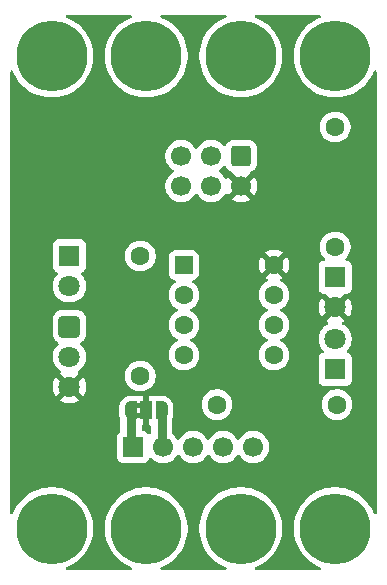
<source format=gbr>
%TF.GenerationSoftware,KiCad,Pcbnew,9.0.7*%
%TF.CreationDate,2026-01-25T12:57:44+01:00*%
%TF.ProjectId,DiyIrTower,44697949-7254-46f7-9765-722e6b696361,1.0*%
%TF.SameCoordinates,Original*%
%TF.FileFunction,Copper,L2,Bot*%
%TF.FilePolarity,Positive*%
%FSLAX46Y46*%
G04 Gerber Fmt 4.6, Leading zero omitted, Abs format (unit mm)*
G04 Created by KiCad (PCBNEW 9.0.7) date 2026-01-25 12:57:44*
%MOMM*%
%LPD*%
G01*
G04 APERTURE LIST*
G04 Aperture macros list*
%AMRoundRect*
0 Rectangle with rounded corners*
0 $1 Rounding radius*
0 $2 $3 $4 $5 $6 $7 $8 $9 X,Y pos of 4 corners*
0 Add a 4 corners polygon primitive as box body*
4,1,4,$2,$3,$4,$5,$6,$7,$8,$9,$2,$3,0*
0 Add four circle primitives for the rounded corners*
1,1,$1+$1,$2,$3*
1,1,$1+$1,$4,$5*
1,1,$1+$1,$6,$7*
1,1,$1+$1,$8,$9*
0 Add four rect primitives between the rounded corners*
20,1,$1+$1,$2,$3,$4,$5,0*
20,1,$1+$1,$4,$5,$6,$7,0*
20,1,$1+$1,$6,$7,$8,$9,0*
20,1,$1+$1,$8,$9,$2,$3,0*%
%AMFreePoly0*
4,1,23,0.550000,-0.750000,0.000000,-0.750000,0.000000,-0.745722,-0.065263,-0.745722,-0.191342,-0.711940,-0.304381,-0.646677,-0.396677,-0.554381,-0.461940,-0.441342,-0.495722,-0.315263,-0.495722,-0.250000,-0.500000,-0.250000,-0.500000,0.250000,-0.495722,0.250000,-0.495722,0.315263,-0.461940,0.441342,-0.396677,0.554381,-0.304381,0.646677,-0.191342,0.711940,-0.065263,0.745722,0.000000,0.745722,
0.000000,0.750000,0.550000,0.750000,0.550000,-0.750000,0.550000,-0.750000,$1*%
%AMFreePoly1*
4,1,23,0.000000,0.745722,0.065263,0.745722,0.191342,0.711940,0.304381,0.646677,0.396677,0.554381,0.461940,0.441342,0.495722,0.315263,0.495722,0.250000,0.500000,0.250000,0.500000,-0.250000,0.495722,-0.250000,0.495722,-0.315263,0.461940,-0.441342,0.396677,-0.554381,0.304381,-0.646677,0.191342,-0.711940,0.065263,-0.745722,0.000000,-0.745722,0.000000,-0.750000,-0.550000,-0.750000,
-0.550000,0.750000,0.000000,0.750000,0.000000,0.745722,0.000000,0.745722,$1*%
G04 Aperture macros list end*
%TA.AperFunction,EtchedComponent*%
%ADD10C,0.000000*%
%TD*%
%TA.AperFunction,ComponentPad*%
%ADD11R,1.800000X1.800000*%
%TD*%
%TA.AperFunction,ComponentPad*%
%ADD12C,1.800000*%
%TD*%
%TA.AperFunction,ComponentPad*%
%ADD13C,6.000000*%
%TD*%
%TA.AperFunction,ComponentPad*%
%ADD14R,1.700000X1.700000*%
%TD*%
%TA.AperFunction,ComponentPad*%
%ADD15C,1.700000*%
%TD*%
%TA.AperFunction,ComponentPad*%
%ADD16RoundRect,0.250000X-0.600000X0.600000X-0.600000X-0.600000X0.600000X-0.600000X0.600000X0.600000X0*%
%TD*%
%TA.AperFunction,ComponentPad*%
%ADD17RoundRect,0.250000X-0.550000X-0.550000X0.550000X-0.550000X0.550000X0.550000X-0.550000X0.550000X0*%
%TD*%
%TA.AperFunction,ComponentPad*%
%ADD18C,1.600000*%
%TD*%
%TA.AperFunction,ComponentPad*%
%ADD19RoundRect,0.248400X-0.651600X0.651600X-0.651600X-0.651600X0.651600X-0.651600X0.651600X0.651600X0*%
%TD*%
%TA.AperFunction,SMDPad,CuDef*%
%ADD20FreePoly0,0.000000*%
%TD*%
%TA.AperFunction,SMDPad,CuDef*%
%ADD21R,1.000000X1.500000*%
%TD*%
%TA.AperFunction,SMDPad,CuDef*%
%ADD22FreePoly1,0.000000*%
%TD*%
%TA.AperFunction,Conductor*%
%ADD23C,0.200000*%
%TD*%
%TA.AperFunction,Conductor*%
%ADD24C,0.800000*%
%TD*%
G04 APERTURE END LIST*
D10*
%TA.AperFunction,EtchedComponent*%
%TO.C,JP1*%
G36*
X101100000Y-133300000D02*
G01*
X100600000Y-133300000D01*
X100600000Y-132900000D01*
X101100000Y-132900000D01*
X101100000Y-133300000D01*
G37*
%TD.AperFunction*%
%TA.AperFunction,EtchedComponent*%
G36*
X101100000Y-134100000D02*
G01*
X100600000Y-134100000D01*
X100600000Y-133700000D01*
X101100000Y-133700000D01*
X101100000Y-134100000D01*
G37*
%TD.AperFunction*%
%TD*%
D11*
%TO.P,D3,1,K*%
%TO.N,Net-(D3-K)*%
X117500000Y-122230000D03*
D12*
%TO.P,D3,2,A*%
%TO.N,VCC*%
X117500000Y-124770000D03*
%TD*%
D13*
%TO.P,MH,1*%
%TO.N,N/C*%
X93500000Y-143500000D03*
%TO.P,MH,2*%
X101500000Y-143500000D03*
%TO.P,MH,3*%
X109500000Y-143500000D03*
%TO.P,MH,4*%
X117500000Y-143500000D03*
%TD*%
D11*
%TO.P,D2,1,K*%
%TO.N,Net-(D2-K)*%
X95000000Y-120420000D03*
D12*
%TO.P,D2,2,A*%
%TO.N,/IR_TX*%
X95000000Y-122960000D03*
%TD*%
D13*
%TO.P,MH,1*%
%TO.N,N/C*%
X93500000Y-103500000D03*
%TO.P,MH,2*%
X101500000Y-103500000D03*
%TO.P,MH,3*%
X109500000Y-103500000D03*
%TO.P,MH,4*%
X117500000Y-103500000D03*
%TD*%
D14*
%TO.P,J1,1,Pin_1*%
%TO.N,/5V*%
X100400000Y-136600000D03*
D15*
%TO.P,J1,2,Pin_2*%
%TO.N,/3V3*%
X102940000Y-136600000D03*
%TO.P,J1,3,Pin_3*%
%TO.N,/UART_TX*%
X105480000Y-136600000D03*
%TO.P,J1,4,Pin_4*%
%TO.N,/UART_RX*%
X108020000Y-136600000D03*
%TO.P,J1,5,Pin_5*%
%TO.N,GND*%
X110560000Y-136600000D03*
%TD*%
D16*
%TO.P,J2,1,MISO*%
%TO.N,/UART_TX*%
X109540000Y-111960000D03*
D15*
%TO.P,J2,2,VCC*%
%TO.N,VCC*%
X109540000Y-114500000D03*
%TO.P,J2,3,SCK*%
%TO.N,/IR_TX*%
X107000000Y-111960000D03*
%TO.P,J2,4,MOSI*%
%TO.N,/UART_RX*%
X107000000Y-114500000D03*
%TO.P,J2,5,~{RST}*%
%TO.N,Net-(J2-~{RST})*%
X104460000Y-111960000D03*
%TO.P,J2,6,GND*%
%TO.N,GND*%
X104460000Y-114500000D03*
%TD*%
D17*
%TO.P,U1,1,~{RESET}/PB5*%
%TO.N,Net-(J2-~{RST})*%
X104695000Y-121190000D03*
D18*
%TO.P,U1,2,PB3*%
%TO.N,/IR_TX*%
X104695000Y-123730000D03*
%TO.P,U1,3,PB4*%
%TO.N,/IR_RX*%
X104695000Y-126270000D03*
%TO.P,U1,4,GND*%
%TO.N,GND*%
X104695000Y-128810000D03*
%TO.P,U1,5,PB0*%
%TO.N,/UART_RX*%
X112315000Y-128810000D03*
%TO.P,U1,6,PB1*%
%TO.N,/UART_TX*%
X112315000Y-126270000D03*
%TO.P,U1,7,PB2*%
%TO.N,/ACTIVITY*%
X112315000Y-123730000D03*
%TO.P,U1,8,VCC*%
%TO.N,VCC*%
X112315000Y-121190000D03*
%TD*%
%TO.P,R1,1*%
%TO.N,Net-(D1-K)*%
X117660000Y-133000000D03*
%TO.P,R1,2*%
%TO.N,GND*%
X107500000Y-133000000D03*
%TD*%
D11*
%TO.P,D1,1,K*%
%TO.N,Net-(D1-K)*%
X117500000Y-130000000D03*
D12*
%TO.P,D1,2,A*%
%TO.N,/ACTIVITY*%
X117500000Y-127460000D03*
%TD*%
D18*
%TO.P,R2,1*%
%TO.N,Net-(D2-K)*%
X101000000Y-120420000D03*
%TO.P,R2,2*%
%TO.N,GND*%
X101000000Y-130580000D03*
%TD*%
D19*
%TO.P,U2,1,OUT*%
%TO.N,/IR_RX*%
X95000000Y-126420000D03*
D12*
%TO.P,U2,2,GND*%
%TO.N,GND*%
X95000000Y-128960000D03*
%TO.P,U2,3,Vs*%
%TO.N,VCC*%
X95000000Y-131500000D03*
%TD*%
D18*
%TO.P,R3,1*%
%TO.N,Net-(D3-K)*%
X117500000Y-119660000D03*
%TO.P,R3,2*%
%TO.N,GND*%
X117500000Y-109500000D03*
%TD*%
D20*
%TO.P,JP1,1,A*%
%TO.N,/5V*%
X100200000Y-133500000D03*
D21*
%TO.P,JP1,2,C*%
%TO.N,VCC*%
X101500000Y-133500000D03*
D22*
%TO.P,JP1,3,B*%
%TO.N,/3V3*%
X102800000Y-133500000D03*
%TD*%
D23*
%TO.N,/3V3*%
X102800000Y-136460000D02*
X102940000Y-136600000D01*
D24*
X102800000Y-133500000D02*
X102800000Y-136460000D01*
%TO.N,/5V*%
X100200000Y-133500000D02*
X100200000Y-136400000D01*
D23*
X100200000Y-136400000D02*
X100400000Y-136600000D01*
%TD*%
%TA.AperFunction,Conductor*%
%TO.N,VCC*%
G36*
X108220397Y-112818851D02*
G01*
X108251686Y-112868772D01*
X108255186Y-112879334D01*
X108347288Y-113028656D01*
X108471344Y-113152712D01*
X108620666Y-113244814D01*
X108692770Y-113268707D01*
X108750214Y-113308478D01*
X108777038Y-113372994D01*
X108777197Y-113383643D01*
X109410591Y-114017037D01*
X109347007Y-114034075D01*
X109232993Y-114099901D01*
X109139901Y-114192993D01*
X109074075Y-114307007D01*
X109057037Y-114370591D01*
X108424728Y-113738282D01*
X108424727Y-113738282D01*
X108385380Y-113792440D01*
X108385376Y-113792446D01*
X108380760Y-113801505D01*
X108332781Y-113852297D01*
X108264959Y-113869087D01*
X108198826Y-113846543D01*
X108159794Y-113801493D01*
X108155051Y-113792184D01*
X108155049Y-113792181D01*
X108155048Y-113792179D01*
X108030109Y-113620213D01*
X107879786Y-113469890D01*
X107707820Y-113344951D01*
X107707115Y-113344591D01*
X107699054Y-113340485D01*
X107648259Y-113292512D01*
X107631463Y-113224692D01*
X107653999Y-113158556D01*
X107699054Y-113119515D01*
X107707816Y-113115051D01*
X107729789Y-113099086D01*
X107879786Y-112990109D01*
X107879788Y-112990106D01*
X107879792Y-112990104D01*
X108030104Y-112839792D01*
X108033660Y-112834896D01*
X108088987Y-112792230D01*
X108158600Y-112786248D01*
X108220397Y-112818851D01*
G37*
%TD.AperFunction*%
%TA.AperFunction,Conductor*%
G36*
X100244942Y-100020185D02*
G01*
X100290697Y-100072989D01*
X100300641Y-100142147D01*
X100271616Y-100205703D01*
X100225356Y-100239060D01*
X100107738Y-100287779D01*
X100001535Y-100331770D01*
X100001530Y-100331772D01*
X99698224Y-100493893D01*
X99698206Y-100493904D01*
X99412248Y-100684975D01*
X99412234Y-100684985D01*
X99146367Y-100903176D01*
X98903176Y-101146367D01*
X98684985Y-101412234D01*
X98684975Y-101412248D01*
X98493904Y-101698206D01*
X98493893Y-101698224D01*
X98331772Y-102001530D01*
X98331770Y-102001535D01*
X98200150Y-102319293D01*
X98100308Y-102648427D01*
X98033210Y-102985750D01*
X97999500Y-103328034D01*
X97999500Y-103671965D01*
X98033210Y-104014249D01*
X98100308Y-104351572D01*
X98200150Y-104680706D01*
X98331770Y-104998464D01*
X98331772Y-104998469D01*
X98493893Y-105301775D01*
X98493904Y-105301793D01*
X98684975Y-105587751D01*
X98684985Y-105587765D01*
X98903176Y-105853632D01*
X99146367Y-106096823D01*
X99146372Y-106096827D01*
X99146373Y-106096828D01*
X99412240Y-106315019D01*
X99698213Y-106506100D01*
X99698222Y-106506105D01*
X99698224Y-106506106D01*
X100001530Y-106668227D01*
X100001532Y-106668227D01*
X100001538Y-106668231D01*
X100319295Y-106799850D01*
X100648422Y-106899690D01*
X100985750Y-106966789D01*
X101328031Y-107000500D01*
X101328034Y-107000500D01*
X101671966Y-107000500D01*
X101671969Y-107000500D01*
X102014250Y-106966789D01*
X102351578Y-106899690D01*
X102680705Y-106799850D01*
X102998462Y-106668231D01*
X103301787Y-106506100D01*
X103587760Y-106315019D01*
X103853627Y-106096828D01*
X104096828Y-105853627D01*
X104315019Y-105587760D01*
X104506100Y-105301787D01*
X104668231Y-104998462D01*
X104799850Y-104680705D01*
X104899690Y-104351578D01*
X104966789Y-104014250D01*
X105000500Y-103671969D01*
X105000500Y-103328031D01*
X104966789Y-102985750D01*
X104899690Y-102648422D01*
X104799850Y-102319295D01*
X104668231Y-102001538D01*
X104506100Y-101698213D01*
X104315019Y-101412240D01*
X104096828Y-101146373D01*
X104096827Y-101146372D01*
X104096823Y-101146367D01*
X103853632Y-100903176D01*
X103587765Y-100684985D01*
X103587764Y-100684984D01*
X103587760Y-100684981D01*
X103301787Y-100493900D01*
X103301782Y-100493897D01*
X103301775Y-100493893D01*
X102998469Y-100331772D01*
X102998464Y-100331770D01*
X102998462Y-100331769D01*
X102774643Y-100239060D01*
X102720241Y-100195220D01*
X102698176Y-100128926D01*
X102715455Y-100061227D01*
X102766592Y-100013616D01*
X102822097Y-100000500D01*
X108177903Y-100000500D01*
X108244942Y-100020185D01*
X108290697Y-100072989D01*
X108300641Y-100142147D01*
X108271616Y-100205703D01*
X108225356Y-100239060D01*
X108107738Y-100287779D01*
X108001535Y-100331770D01*
X108001530Y-100331772D01*
X107698224Y-100493893D01*
X107698206Y-100493904D01*
X107412248Y-100684975D01*
X107412234Y-100684985D01*
X107146367Y-100903176D01*
X106903176Y-101146367D01*
X106684985Y-101412234D01*
X106684975Y-101412248D01*
X106493904Y-101698206D01*
X106493893Y-101698224D01*
X106331772Y-102001530D01*
X106331770Y-102001535D01*
X106200150Y-102319293D01*
X106100308Y-102648427D01*
X106033210Y-102985750D01*
X105999500Y-103328034D01*
X105999500Y-103671965D01*
X106033210Y-104014249D01*
X106100308Y-104351572D01*
X106200150Y-104680706D01*
X106331770Y-104998464D01*
X106331772Y-104998469D01*
X106493893Y-105301775D01*
X106493904Y-105301793D01*
X106684975Y-105587751D01*
X106684985Y-105587765D01*
X106903176Y-105853632D01*
X107146367Y-106096823D01*
X107146372Y-106096827D01*
X107146373Y-106096828D01*
X107412240Y-106315019D01*
X107698213Y-106506100D01*
X107698222Y-106506105D01*
X107698224Y-106506106D01*
X108001530Y-106668227D01*
X108001532Y-106668227D01*
X108001538Y-106668231D01*
X108319295Y-106799850D01*
X108648422Y-106899690D01*
X108985750Y-106966789D01*
X109328031Y-107000500D01*
X109328034Y-107000500D01*
X109671966Y-107000500D01*
X109671969Y-107000500D01*
X110014250Y-106966789D01*
X110351578Y-106899690D01*
X110680705Y-106799850D01*
X110998462Y-106668231D01*
X111301787Y-106506100D01*
X111587760Y-106315019D01*
X111853627Y-106096828D01*
X112096828Y-105853627D01*
X112315019Y-105587760D01*
X112506100Y-105301787D01*
X112668231Y-104998462D01*
X112799850Y-104680705D01*
X112899690Y-104351578D01*
X112966789Y-104014250D01*
X113000500Y-103671969D01*
X113000500Y-103328031D01*
X112966789Y-102985750D01*
X112899690Y-102648422D01*
X112799850Y-102319295D01*
X112668231Y-102001538D01*
X112506100Y-101698213D01*
X112315019Y-101412240D01*
X112096828Y-101146373D01*
X112096827Y-101146372D01*
X112096823Y-101146367D01*
X111853632Y-100903176D01*
X111587765Y-100684985D01*
X111587764Y-100684984D01*
X111587760Y-100684981D01*
X111301787Y-100493900D01*
X111301782Y-100493897D01*
X111301775Y-100493893D01*
X110998469Y-100331772D01*
X110998464Y-100331770D01*
X110998462Y-100331769D01*
X110774643Y-100239060D01*
X110720241Y-100195220D01*
X110698176Y-100128926D01*
X110715455Y-100061227D01*
X110766592Y-100013616D01*
X110822097Y-100000500D01*
X116177903Y-100000500D01*
X116244942Y-100020185D01*
X116290697Y-100072989D01*
X116300641Y-100142147D01*
X116271616Y-100205703D01*
X116225356Y-100239060D01*
X116107738Y-100287779D01*
X116001535Y-100331770D01*
X116001530Y-100331772D01*
X115698224Y-100493893D01*
X115698206Y-100493904D01*
X115412248Y-100684975D01*
X115412234Y-100684985D01*
X115146367Y-100903176D01*
X114903176Y-101146367D01*
X114684985Y-101412234D01*
X114684975Y-101412248D01*
X114493904Y-101698206D01*
X114493893Y-101698224D01*
X114331772Y-102001530D01*
X114331770Y-102001535D01*
X114200150Y-102319293D01*
X114100308Y-102648427D01*
X114033210Y-102985750D01*
X113999500Y-103328034D01*
X113999500Y-103671965D01*
X114033210Y-104014249D01*
X114100308Y-104351572D01*
X114200150Y-104680706D01*
X114331770Y-104998464D01*
X114331772Y-104998469D01*
X114493893Y-105301775D01*
X114493904Y-105301793D01*
X114684975Y-105587751D01*
X114684985Y-105587765D01*
X114903176Y-105853632D01*
X115146367Y-106096823D01*
X115146372Y-106096827D01*
X115146373Y-106096828D01*
X115412240Y-106315019D01*
X115698213Y-106506100D01*
X115698222Y-106506105D01*
X115698224Y-106506106D01*
X116001530Y-106668227D01*
X116001532Y-106668227D01*
X116001538Y-106668231D01*
X116319295Y-106799850D01*
X116648422Y-106899690D01*
X116985750Y-106966789D01*
X117328031Y-107000500D01*
X117328034Y-107000500D01*
X117671966Y-107000500D01*
X117671969Y-107000500D01*
X118014250Y-106966789D01*
X118351578Y-106899690D01*
X118680705Y-106799850D01*
X118998462Y-106668231D01*
X119301787Y-106506100D01*
X119587760Y-106315019D01*
X119853627Y-106096828D01*
X120096828Y-105853627D01*
X120315019Y-105587760D01*
X120506100Y-105301787D01*
X120668231Y-104998462D01*
X120760939Y-104774643D01*
X120804780Y-104720241D01*
X120871074Y-104698176D01*
X120938773Y-104715455D01*
X120986384Y-104766592D01*
X120999500Y-104822097D01*
X120999500Y-142177902D01*
X120979815Y-142244941D01*
X120927011Y-142290696D01*
X120857853Y-142300640D01*
X120794297Y-142271615D01*
X120760939Y-142225355D01*
X120741283Y-142177902D01*
X120668231Y-142001538D01*
X120506100Y-141698213D01*
X120315019Y-141412240D01*
X120096828Y-141146373D01*
X120096827Y-141146372D01*
X120096823Y-141146367D01*
X119853632Y-140903176D01*
X119587765Y-140684985D01*
X119587764Y-140684984D01*
X119587760Y-140684981D01*
X119301787Y-140493900D01*
X119301782Y-140493897D01*
X119301775Y-140493893D01*
X118998469Y-140331772D01*
X118998464Y-140331770D01*
X118680706Y-140200150D01*
X118351572Y-140100308D01*
X118014248Y-140033210D01*
X118014249Y-140033210D01*
X117756456Y-140007821D01*
X117671969Y-139999500D01*
X117328031Y-139999500D01*
X117249966Y-140007188D01*
X116985750Y-140033210D01*
X116648427Y-140100308D01*
X116319293Y-140200150D01*
X116001535Y-140331770D01*
X116001530Y-140331772D01*
X115698224Y-140493893D01*
X115698206Y-140493904D01*
X115412248Y-140684975D01*
X115412234Y-140684985D01*
X115146367Y-140903176D01*
X114903176Y-141146367D01*
X114684985Y-141412234D01*
X114684975Y-141412248D01*
X114493904Y-141698206D01*
X114493893Y-141698224D01*
X114331772Y-142001530D01*
X114331770Y-142001535D01*
X114200150Y-142319293D01*
X114100308Y-142648427D01*
X114033210Y-142985750D01*
X113999500Y-143328034D01*
X113999500Y-143671965D01*
X114033210Y-144014249D01*
X114100308Y-144351572D01*
X114200150Y-144680706D01*
X114331770Y-144998464D01*
X114331772Y-144998469D01*
X114493893Y-145301775D01*
X114493904Y-145301793D01*
X114684975Y-145587751D01*
X114684985Y-145587765D01*
X114903176Y-145853632D01*
X115146367Y-146096823D01*
X115146372Y-146096827D01*
X115146373Y-146096828D01*
X115412240Y-146315019D01*
X115698213Y-146506100D01*
X115698222Y-146506105D01*
X115698224Y-146506106D01*
X116001530Y-146668227D01*
X116001532Y-146668227D01*
X116001538Y-146668231D01*
X116225356Y-146760939D01*
X116279759Y-146804780D01*
X116301824Y-146871074D01*
X116284545Y-146938773D01*
X116233408Y-146986384D01*
X116177903Y-146999500D01*
X110822097Y-146999500D01*
X110755058Y-146979815D01*
X110709303Y-146927011D01*
X110699359Y-146857853D01*
X110728384Y-146794297D01*
X110774643Y-146760939D01*
X110998462Y-146668231D01*
X111301787Y-146506100D01*
X111587760Y-146315019D01*
X111853627Y-146096828D01*
X112096828Y-145853627D01*
X112315019Y-145587760D01*
X112506100Y-145301787D01*
X112668231Y-144998462D01*
X112799850Y-144680705D01*
X112899690Y-144351578D01*
X112966789Y-144014250D01*
X113000500Y-143671969D01*
X113000500Y-143328031D01*
X112966789Y-142985750D01*
X112899690Y-142648422D01*
X112799850Y-142319295D01*
X112668231Y-142001538D01*
X112506100Y-141698213D01*
X112315019Y-141412240D01*
X112096828Y-141146373D01*
X112096827Y-141146372D01*
X112096823Y-141146367D01*
X111853632Y-140903176D01*
X111587765Y-140684985D01*
X111587764Y-140684984D01*
X111587760Y-140684981D01*
X111301787Y-140493900D01*
X111301782Y-140493897D01*
X111301775Y-140493893D01*
X110998469Y-140331772D01*
X110998464Y-140331770D01*
X110680706Y-140200150D01*
X110351572Y-140100308D01*
X110014248Y-140033210D01*
X110014249Y-140033210D01*
X109756456Y-140007821D01*
X109671969Y-139999500D01*
X109328031Y-139999500D01*
X109249966Y-140007188D01*
X108985750Y-140033210D01*
X108648427Y-140100308D01*
X108319293Y-140200150D01*
X108001535Y-140331770D01*
X108001530Y-140331772D01*
X107698224Y-140493893D01*
X107698206Y-140493904D01*
X107412248Y-140684975D01*
X107412234Y-140684985D01*
X107146367Y-140903176D01*
X106903176Y-141146367D01*
X106684985Y-141412234D01*
X106684975Y-141412248D01*
X106493904Y-141698206D01*
X106493893Y-141698224D01*
X106331772Y-142001530D01*
X106331770Y-142001535D01*
X106200150Y-142319293D01*
X106100308Y-142648427D01*
X106033210Y-142985750D01*
X105999500Y-143328034D01*
X105999500Y-143671965D01*
X106033210Y-144014249D01*
X106100308Y-144351572D01*
X106200150Y-144680706D01*
X106331770Y-144998464D01*
X106331772Y-144998469D01*
X106493893Y-145301775D01*
X106493904Y-145301793D01*
X106684975Y-145587751D01*
X106684985Y-145587765D01*
X106903176Y-145853632D01*
X107146367Y-146096823D01*
X107146372Y-146096827D01*
X107146373Y-146096828D01*
X107412240Y-146315019D01*
X107698213Y-146506100D01*
X107698222Y-146506105D01*
X107698224Y-146506106D01*
X108001530Y-146668227D01*
X108001532Y-146668227D01*
X108001538Y-146668231D01*
X108225356Y-146760939D01*
X108279759Y-146804780D01*
X108301824Y-146871074D01*
X108284545Y-146938773D01*
X108233408Y-146986384D01*
X108177903Y-146999500D01*
X102822097Y-146999500D01*
X102755058Y-146979815D01*
X102709303Y-146927011D01*
X102699359Y-146857853D01*
X102728384Y-146794297D01*
X102774643Y-146760939D01*
X102998462Y-146668231D01*
X103301787Y-146506100D01*
X103587760Y-146315019D01*
X103853627Y-146096828D01*
X104096828Y-145853627D01*
X104315019Y-145587760D01*
X104506100Y-145301787D01*
X104668231Y-144998462D01*
X104799850Y-144680705D01*
X104899690Y-144351578D01*
X104966789Y-144014250D01*
X105000500Y-143671969D01*
X105000500Y-143328031D01*
X104966789Y-142985750D01*
X104899690Y-142648422D01*
X104799850Y-142319295D01*
X104668231Y-142001538D01*
X104506100Y-141698213D01*
X104315019Y-141412240D01*
X104096828Y-141146373D01*
X104096827Y-141146372D01*
X104096823Y-141146367D01*
X103853632Y-140903176D01*
X103587765Y-140684985D01*
X103587764Y-140684984D01*
X103587760Y-140684981D01*
X103301787Y-140493900D01*
X103301782Y-140493897D01*
X103301775Y-140493893D01*
X102998469Y-140331772D01*
X102998464Y-140331770D01*
X102680706Y-140200150D01*
X102351572Y-140100308D01*
X102014248Y-140033210D01*
X102014249Y-140033210D01*
X101756456Y-140007821D01*
X101671969Y-139999500D01*
X101328031Y-139999500D01*
X101249966Y-140007188D01*
X100985750Y-140033210D01*
X100648427Y-140100308D01*
X100319293Y-140200150D01*
X100001535Y-140331770D01*
X100001530Y-140331772D01*
X99698224Y-140493893D01*
X99698206Y-140493904D01*
X99412248Y-140684975D01*
X99412234Y-140684985D01*
X99146367Y-140903176D01*
X98903176Y-141146367D01*
X98684985Y-141412234D01*
X98684975Y-141412248D01*
X98493904Y-141698206D01*
X98493893Y-141698224D01*
X98331772Y-142001530D01*
X98331770Y-142001535D01*
X98200150Y-142319293D01*
X98100308Y-142648427D01*
X98033210Y-142985750D01*
X97999500Y-143328034D01*
X97999500Y-143671965D01*
X98033210Y-144014249D01*
X98100308Y-144351572D01*
X98200150Y-144680706D01*
X98331770Y-144998464D01*
X98331772Y-144998469D01*
X98493893Y-145301775D01*
X98493904Y-145301793D01*
X98684975Y-145587751D01*
X98684985Y-145587765D01*
X98903176Y-145853632D01*
X99146367Y-146096823D01*
X99146372Y-146096827D01*
X99146373Y-146096828D01*
X99412240Y-146315019D01*
X99698213Y-146506100D01*
X99698222Y-146506105D01*
X99698224Y-146506106D01*
X100001530Y-146668227D01*
X100001532Y-146668227D01*
X100001538Y-146668231D01*
X100225356Y-146760939D01*
X100279759Y-146804780D01*
X100301824Y-146871074D01*
X100284545Y-146938773D01*
X100233408Y-146986384D01*
X100177903Y-146999500D01*
X94822097Y-146999500D01*
X94755058Y-146979815D01*
X94709303Y-146927011D01*
X94699359Y-146857853D01*
X94728384Y-146794297D01*
X94774643Y-146760939D01*
X94998462Y-146668231D01*
X95301787Y-146506100D01*
X95587760Y-146315019D01*
X95853627Y-146096828D01*
X96096828Y-145853627D01*
X96315019Y-145587760D01*
X96506100Y-145301787D01*
X96668231Y-144998462D01*
X96799850Y-144680705D01*
X96899690Y-144351578D01*
X96966789Y-144014250D01*
X97000500Y-143671969D01*
X97000500Y-143328031D01*
X96966789Y-142985750D01*
X96899690Y-142648422D01*
X96799850Y-142319295D01*
X96668231Y-142001538D01*
X96506100Y-141698213D01*
X96315019Y-141412240D01*
X96096828Y-141146373D01*
X96096827Y-141146372D01*
X96096823Y-141146367D01*
X95853632Y-140903176D01*
X95587765Y-140684985D01*
X95587764Y-140684984D01*
X95587760Y-140684981D01*
X95301787Y-140493900D01*
X95301782Y-140493897D01*
X95301775Y-140493893D01*
X94998469Y-140331772D01*
X94998464Y-140331770D01*
X94680706Y-140200150D01*
X94351572Y-140100308D01*
X94014248Y-140033210D01*
X94014249Y-140033210D01*
X93756456Y-140007821D01*
X93671969Y-139999500D01*
X93328031Y-139999500D01*
X93249966Y-140007188D01*
X92985750Y-140033210D01*
X92648427Y-140100308D01*
X92319293Y-140200150D01*
X92001535Y-140331770D01*
X92001530Y-140331772D01*
X91698224Y-140493893D01*
X91698206Y-140493904D01*
X91412248Y-140684975D01*
X91412234Y-140684985D01*
X91146367Y-140903176D01*
X90903176Y-141146367D01*
X90684985Y-141412234D01*
X90684975Y-141412248D01*
X90493904Y-141698206D01*
X90493893Y-141698224D01*
X90331772Y-142001530D01*
X90331770Y-142001535D01*
X90239061Y-142225355D01*
X90195220Y-142279758D01*
X90128926Y-142301823D01*
X90061226Y-142284544D01*
X90013616Y-142233406D01*
X90000500Y-142177902D01*
X90000500Y-135702135D01*
X99049500Y-135702135D01*
X99049500Y-137497870D01*
X99049501Y-137497876D01*
X99055908Y-137557483D01*
X99106202Y-137692328D01*
X99106206Y-137692335D01*
X99192452Y-137807544D01*
X99192455Y-137807547D01*
X99307664Y-137893793D01*
X99307671Y-137893797D01*
X99442517Y-137944091D01*
X99442516Y-137944091D01*
X99449444Y-137944835D01*
X99502127Y-137950500D01*
X101297872Y-137950499D01*
X101357483Y-137944091D01*
X101492331Y-137893796D01*
X101607546Y-137807546D01*
X101693796Y-137692331D01*
X101742810Y-137560916D01*
X101784681Y-137504984D01*
X101850145Y-137480566D01*
X101918418Y-137495417D01*
X101946673Y-137516569D01*
X102060213Y-137630109D01*
X102232179Y-137755048D01*
X102232181Y-137755049D01*
X102232184Y-137755051D01*
X102421588Y-137851557D01*
X102623757Y-137917246D01*
X102833713Y-137950500D01*
X102833714Y-137950500D01*
X103046286Y-137950500D01*
X103046287Y-137950500D01*
X103256243Y-137917246D01*
X103458412Y-137851557D01*
X103647816Y-137755051D01*
X103734138Y-137692335D01*
X103819786Y-137630109D01*
X103819788Y-137630106D01*
X103819792Y-137630104D01*
X103970104Y-137479792D01*
X103970106Y-137479788D01*
X103970109Y-137479786D01*
X104095048Y-137307820D01*
X104095047Y-137307820D01*
X104095051Y-137307816D01*
X104099514Y-137299054D01*
X104147488Y-137248259D01*
X104215308Y-137231463D01*
X104281444Y-137253999D01*
X104320486Y-137299056D01*
X104324951Y-137307820D01*
X104449890Y-137479786D01*
X104600213Y-137630109D01*
X104772179Y-137755048D01*
X104772181Y-137755049D01*
X104772184Y-137755051D01*
X104961588Y-137851557D01*
X105163757Y-137917246D01*
X105373713Y-137950500D01*
X105373714Y-137950500D01*
X105586286Y-137950500D01*
X105586287Y-137950500D01*
X105796243Y-137917246D01*
X105998412Y-137851557D01*
X106187816Y-137755051D01*
X106274138Y-137692335D01*
X106359786Y-137630109D01*
X106359788Y-137630106D01*
X106359792Y-137630104D01*
X106510104Y-137479792D01*
X106510106Y-137479788D01*
X106510109Y-137479786D01*
X106635048Y-137307820D01*
X106635047Y-137307820D01*
X106635051Y-137307816D01*
X106639514Y-137299054D01*
X106687488Y-137248259D01*
X106755308Y-137231463D01*
X106821444Y-137253999D01*
X106860486Y-137299056D01*
X106864951Y-137307820D01*
X106989890Y-137479786D01*
X107140213Y-137630109D01*
X107312179Y-137755048D01*
X107312181Y-137755049D01*
X107312184Y-137755051D01*
X107501588Y-137851557D01*
X107703757Y-137917246D01*
X107913713Y-137950500D01*
X107913714Y-137950500D01*
X108126286Y-137950500D01*
X108126287Y-137950500D01*
X108336243Y-137917246D01*
X108538412Y-137851557D01*
X108727816Y-137755051D01*
X108814138Y-137692335D01*
X108899786Y-137630109D01*
X108899788Y-137630106D01*
X108899792Y-137630104D01*
X109050104Y-137479792D01*
X109050106Y-137479788D01*
X109050109Y-137479786D01*
X109175048Y-137307820D01*
X109175047Y-137307820D01*
X109175051Y-137307816D01*
X109179514Y-137299054D01*
X109227488Y-137248259D01*
X109295308Y-137231463D01*
X109361444Y-137253999D01*
X109400486Y-137299056D01*
X109404951Y-137307820D01*
X109529890Y-137479786D01*
X109680213Y-137630109D01*
X109852179Y-137755048D01*
X109852181Y-137755049D01*
X109852184Y-137755051D01*
X110041588Y-137851557D01*
X110243757Y-137917246D01*
X110453713Y-137950500D01*
X110453714Y-137950500D01*
X110666286Y-137950500D01*
X110666287Y-137950500D01*
X110876243Y-137917246D01*
X111078412Y-137851557D01*
X111267816Y-137755051D01*
X111354138Y-137692335D01*
X111439786Y-137630109D01*
X111439788Y-137630106D01*
X111439792Y-137630104D01*
X111590104Y-137479792D01*
X111590106Y-137479788D01*
X111590109Y-137479786D01*
X111715048Y-137307820D01*
X111715047Y-137307820D01*
X111715051Y-137307816D01*
X111811557Y-137118412D01*
X111877246Y-136916243D01*
X111910500Y-136706287D01*
X111910500Y-136493713D01*
X111877246Y-136283757D01*
X111811557Y-136081588D01*
X111715051Y-135892184D01*
X111715049Y-135892181D01*
X111715048Y-135892179D01*
X111590109Y-135720213D01*
X111439786Y-135569890D01*
X111267820Y-135444951D01*
X111078414Y-135348444D01*
X111078413Y-135348443D01*
X111078412Y-135348443D01*
X110876243Y-135282754D01*
X110876241Y-135282753D01*
X110876240Y-135282753D01*
X110714957Y-135257208D01*
X110666287Y-135249500D01*
X110453713Y-135249500D01*
X110405042Y-135257208D01*
X110243760Y-135282753D01*
X110041585Y-135348444D01*
X109852179Y-135444951D01*
X109680213Y-135569890D01*
X109529890Y-135720213D01*
X109404949Y-135892182D01*
X109400484Y-135900946D01*
X109352509Y-135951742D01*
X109284688Y-135968536D01*
X109218553Y-135945998D01*
X109179516Y-135900946D01*
X109175050Y-135892182D01*
X109050109Y-135720213D01*
X108899786Y-135569890D01*
X108727820Y-135444951D01*
X108538414Y-135348444D01*
X108538413Y-135348443D01*
X108538412Y-135348443D01*
X108336243Y-135282754D01*
X108336241Y-135282753D01*
X108336240Y-135282753D01*
X108174957Y-135257208D01*
X108126287Y-135249500D01*
X107913713Y-135249500D01*
X107865042Y-135257208D01*
X107703760Y-135282753D01*
X107501585Y-135348444D01*
X107312179Y-135444951D01*
X107140213Y-135569890D01*
X106989890Y-135720213D01*
X106864949Y-135892182D01*
X106860484Y-135900946D01*
X106812509Y-135951742D01*
X106744688Y-135968536D01*
X106678553Y-135945998D01*
X106639516Y-135900946D01*
X106635050Y-135892182D01*
X106510109Y-135720213D01*
X106359786Y-135569890D01*
X106187820Y-135444951D01*
X105998414Y-135348444D01*
X105998413Y-135348443D01*
X105998412Y-135348443D01*
X105796243Y-135282754D01*
X105796241Y-135282753D01*
X105796240Y-135282753D01*
X105634957Y-135257208D01*
X105586287Y-135249500D01*
X105373713Y-135249500D01*
X105325042Y-135257208D01*
X105163760Y-135282753D01*
X104961585Y-135348444D01*
X104772179Y-135444951D01*
X104600213Y-135569890D01*
X104449890Y-135720213D01*
X104324949Y-135892182D01*
X104320484Y-135900946D01*
X104272509Y-135951742D01*
X104204688Y-135968536D01*
X104138553Y-135945998D01*
X104099516Y-135900946D01*
X104095050Y-135892182D01*
X103970109Y-135720213D01*
X103819791Y-135569895D01*
X103751613Y-135520360D01*
X103708948Y-135465030D01*
X103700500Y-135420043D01*
X103700500Y-134228135D01*
X103709938Y-134180684D01*
X103754200Y-134073829D01*
X103788275Y-133946662D01*
X103805500Y-133815826D01*
X103805500Y-133184174D01*
X103788275Y-133053338D01*
X103754200Y-132926171D01*
X103742385Y-132897648D01*
X106199500Y-132897648D01*
X106199500Y-133102351D01*
X106231522Y-133304534D01*
X106294781Y-133499223D01*
X106387715Y-133681613D01*
X106508028Y-133847213D01*
X106652786Y-133991971D01*
X106807749Y-134104556D01*
X106818390Y-134112287D01*
X106934607Y-134171503D01*
X107000776Y-134205218D01*
X107000778Y-134205218D01*
X107000781Y-134205220D01*
X107071306Y-134228135D01*
X107195465Y-134268477D01*
X107296557Y-134284488D01*
X107397648Y-134300500D01*
X107397649Y-134300500D01*
X107602351Y-134300500D01*
X107602352Y-134300500D01*
X107804534Y-134268477D01*
X107999219Y-134205220D01*
X108181610Y-134112287D01*
X108274590Y-134044732D01*
X108347213Y-133991971D01*
X108347215Y-133991968D01*
X108347219Y-133991966D01*
X108491966Y-133847219D01*
X108491968Y-133847215D01*
X108491971Y-133847213D01*
X108544732Y-133774590D01*
X108612287Y-133681610D01*
X108705220Y-133499219D01*
X108768477Y-133304534D01*
X108800500Y-133102352D01*
X108800500Y-132897648D01*
X116359500Y-132897648D01*
X116359500Y-133102351D01*
X116391522Y-133304534D01*
X116454781Y-133499223D01*
X116547715Y-133681613D01*
X116668028Y-133847213D01*
X116812786Y-133991971D01*
X116967749Y-134104556D01*
X116978390Y-134112287D01*
X117094607Y-134171503D01*
X117160776Y-134205218D01*
X117160778Y-134205218D01*
X117160781Y-134205220D01*
X117231306Y-134228135D01*
X117355465Y-134268477D01*
X117456557Y-134284488D01*
X117557648Y-134300500D01*
X117557649Y-134300500D01*
X117762351Y-134300500D01*
X117762352Y-134300500D01*
X117964534Y-134268477D01*
X118159219Y-134205220D01*
X118341610Y-134112287D01*
X118434590Y-134044732D01*
X118507213Y-133991971D01*
X118507215Y-133991968D01*
X118507219Y-133991966D01*
X118651966Y-133847219D01*
X118651968Y-133847215D01*
X118651971Y-133847213D01*
X118704732Y-133774590D01*
X118772287Y-133681610D01*
X118865220Y-133499219D01*
X118928477Y-133304534D01*
X118960500Y-133102352D01*
X118960500Y-132897648D01*
X118944627Y-132797432D01*
X118928477Y-132695465D01*
X118892761Y-132585545D01*
X118865220Y-132500781D01*
X118865218Y-132500778D01*
X118865218Y-132500776D01*
X118820045Y-132412120D01*
X118772287Y-132318390D01*
X118727853Y-132257231D01*
X118651971Y-132152786D01*
X118507213Y-132008028D01*
X118341613Y-131887715D01*
X118341612Y-131887714D01*
X118341610Y-131887713D01*
X118264605Y-131848477D01*
X118159223Y-131794781D01*
X117964534Y-131731522D01*
X117789995Y-131703878D01*
X117762352Y-131699500D01*
X117557648Y-131699500D01*
X117533329Y-131703351D01*
X117355465Y-131731522D01*
X117160776Y-131794781D01*
X116978386Y-131887715D01*
X116812786Y-132008028D01*
X116668028Y-132152786D01*
X116547715Y-132318386D01*
X116454781Y-132500776D01*
X116391522Y-132695465D01*
X116359500Y-132897648D01*
X108800500Y-132897648D01*
X108784627Y-132797432D01*
X108768477Y-132695465D01*
X108732761Y-132585545D01*
X108705220Y-132500781D01*
X108705218Y-132500778D01*
X108705218Y-132500776D01*
X108660045Y-132412120D01*
X108612287Y-132318390D01*
X108567853Y-132257231D01*
X108491971Y-132152786D01*
X108347213Y-132008028D01*
X108181613Y-131887715D01*
X108181612Y-131887714D01*
X108181610Y-131887713D01*
X108104605Y-131848477D01*
X107999223Y-131794781D01*
X107804534Y-131731522D01*
X107629995Y-131703878D01*
X107602352Y-131699500D01*
X107397648Y-131699500D01*
X107373329Y-131703351D01*
X107195465Y-131731522D01*
X107000776Y-131794781D01*
X106818386Y-131887715D01*
X106652786Y-132008028D01*
X106508028Y-132152786D01*
X106387715Y-132318386D01*
X106294781Y-132500776D01*
X106231522Y-132695465D01*
X106199500Y-132897648D01*
X103742385Y-132897648D01*
X103703701Y-132804257D01*
X103703698Y-132804252D01*
X103703697Y-132804249D01*
X103703696Y-132804248D01*
X103637879Y-132690250D01*
X103637875Y-132690243D01*
X103607812Y-132651065D01*
X103557544Y-132585555D01*
X103557541Y-132585551D01*
X103464449Y-132492459D01*
X103443920Y-132476706D01*
X103359767Y-132412132D01*
X103359749Y-132412120D01*
X103245751Y-132346303D01*
X103245750Y-132346302D01*
X103127964Y-132297513D01*
X103123829Y-132295800D01*
X102996662Y-132261725D01*
X102996661Y-132261724D01*
X102996658Y-132261724D01*
X102865833Y-132244500D01*
X102865826Y-132244500D01*
X102250000Y-132244500D01*
X102249997Y-132244500D01*
X102178060Y-132249644D01*
X102165288Y-132253395D01*
X102115356Y-132254733D01*
X102115088Y-132257231D01*
X102047844Y-132250000D01*
X101750000Y-132250000D01*
X101750000Y-132702877D01*
X101748738Y-132720523D01*
X101744500Y-132749998D01*
X101744500Y-134250002D01*
X101749684Y-134322486D01*
X101750000Y-134331332D01*
X101750000Y-134750000D01*
X101775500Y-134750000D01*
X101842539Y-134769685D01*
X101888294Y-134822489D01*
X101899500Y-134874000D01*
X101899500Y-135409897D01*
X101879815Y-135476936D01*
X101827011Y-135522691D01*
X101757853Y-135532635D01*
X101694297Y-135503610D01*
X101676234Y-135484208D01*
X101607547Y-135392455D01*
X101607544Y-135392452D01*
X101492335Y-135306206D01*
X101492328Y-135306202D01*
X101357482Y-135255908D01*
X101357483Y-135255908D01*
X101297883Y-135249501D01*
X101297881Y-135249500D01*
X101297873Y-135249500D01*
X101297865Y-135249500D01*
X101224500Y-135249500D01*
X101157461Y-135229815D01*
X101111706Y-135177011D01*
X101100500Y-135125500D01*
X101100500Y-134874000D01*
X101120185Y-134806961D01*
X101172989Y-134761206D01*
X101224500Y-134750000D01*
X101250000Y-134750000D01*
X101250000Y-134297122D01*
X101251262Y-134279475D01*
X101252843Y-134268477D01*
X101255500Y-134250000D01*
X101255500Y-132750000D01*
X101250355Y-132678060D01*
X101250354Y-132678058D01*
X101250316Y-132677518D01*
X101250000Y-132668672D01*
X101250000Y-132250000D01*
X100952155Y-132250000D01*
X100884913Y-132257231D01*
X100884856Y-132256702D01*
X100846711Y-132258404D01*
X100750001Y-132244500D01*
X100750000Y-132244500D01*
X100134174Y-132244500D01*
X100134166Y-132244500D01*
X100003341Y-132261724D01*
X99876170Y-132295800D01*
X99754249Y-132346302D01*
X99754248Y-132346303D01*
X99640250Y-132412120D01*
X99640232Y-132412132D01*
X99535555Y-132492455D01*
X99535545Y-132492464D01*
X99442464Y-132585545D01*
X99442455Y-132585555D01*
X99362132Y-132690232D01*
X99362120Y-132690250D01*
X99296303Y-132804248D01*
X99296302Y-132804249D01*
X99245800Y-132926170D01*
X99211724Y-133053341D01*
X99194500Y-133184166D01*
X99194500Y-133815833D01*
X99211724Y-133946658D01*
X99211725Y-133946662D01*
X99245800Y-134073829D01*
X99290061Y-134180684D01*
X99299500Y-134228135D01*
X99299500Y-135250249D01*
X99279815Y-135317288D01*
X99249812Y-135349515D01*
X99192457Y-135392451D01*
X99192451Y-135392457D01*
X99106206Y-135507664D01*
X99106202Y-135507671D01*
X99055908Y-135642517D01*
X99049501Y-135702116D01*
X99049500Y-135702135D01*
X90000500Y-135702135D01*
X90000500Y-125718491D01*
X93599500Y-125718491D01*
X93599500Y-127121493D01*
X93599501Y-127121509D01*
X93609979Y-127224073D01*
X93651634Y-127349778D01*
X93665046Y-127390253D01*
X93756952Y-127539256D01*
X93880744Y-127663048D01*
X94016690Y-127746900D01*
X94063413Y-127798847D01*
X94074636Y-127867810D01*
X94046792Y-127931892D01*
X94039274Y-127940119D01*
X93931751Y-128047642D01*
X93802187Y-128225974D01*
X93702104Y-128422393D01*
X93702103Y-128422396D01*
X93633985Y-128632047D01*
X93599500Y-128849778D01*
X93599500Y-129070221D01*
X93633985Y-129287952D01*
X93702103Y-129497603D01*
X93702104Y-129497606D01*
X93802187Y-129694025D01*
X93931752Y-129872358D01*
X93931756Y-129872363D01*
X94087640Y-130028247D01*
X94227679Y-130129990D01*
X94270345Y-130185319D01*
X94276324Y-130254933D01*
X94243719Y-130316728D01*
X94227679Y-130330626D01*
X94202485Y-130348930D01*
X94202485Y-130348932D01*
X94911414Y-131057861D01*
X94826306Y-131080667D01*
X94723694Y-131139910D01*
X94639910Y-131223694D01*
X94580667Y-131326306D01*
X94557861Y-131411414D01*
X93848932Y-130702485D01*
X93848931Y-130702485D01*
X93802616Y-130766233D01*
X93702567Y-130962589D01*
X93634473Y-131172164D01*
X93600000Y-131389818D01*
X93600000Y-131610181D01*
X93634473Y-131827835D01*
X93702567Y-132037410D01*
X93802611Y-132233756D01*
X93848932Y-132297513D01*
X94557861Y-131588584D01*
X94580667Y-131673694D01*
X94639910Y-131776306D01*
X94723694Y-131860090D01*
X94826306Y-131919333D01*
X94911414Y-131942137D01*
X94202485Y-132651065D01*
X94202485Y-132651066D01*
X94266243Y-132697388D01*
X94462589Y-132797432D01*
X94672164Y-132865526D01*
X94889819Y-132900000D01*
X95110181Y-132900000D01*
X95327835Y-132865526D01*
X95537410Y-132797432D01*
X95733760Y-132697386D01*
X95797513Y-132651066D01*
X95797514Y-132651066D01*
X95088585Y-131942138D01*
X95173694Y-131919333D01*
X95276306Y-131860090D01*
X95360090Y-131776306D01*
X95419333Y-131673694D01*
X95442138Y-131588585D01*
X96151066Y-132297514D01*
X96151066Y-132297513D01*
X96197386Y-132233760D01*
X96297432Y-132037410D01*
X96365526Y-131827835D01*
X96400000Y-131610181D01*
X96400000Y-131389818D01*
X96365526Y-131172164D01*
X96297432Y-130962589D01*
X96197388Y-130766243D01*
X96151066Y-130702485D01*
X96151065Y-130702485D01*
X95442137Y-131411413D01*
X95419333Y-131326306D01*
X95360090Y-131223694D01*
X95276306Y-131139910D01*
X95173694Y-131080667D01*
X95088583Y-131057861D01*
X95668797Y-130477648D01*
X99699500Y-130477648D01*
X99699500Y-130682351D01*
X99731522Y-130884534D01*
X99794781Y-131079223D01*
X99842138Y-131172164D01*
X99885642Y-131257546D01*
X99887715Y-131261613D01*
X100008028Y-131427213D01*
X100152786Y-131571971D01*
X100292799Y-131673694D01*
X100318390Y-131692287D01*
X100434607Y-131751503D01*
X100500776Y-131785218D01*
X100500778Y-131785218D01*
X100500781Y-131785220D01*
X100605137Y-131819127D01*
X100695465Y-131848477D01*
X100768786Y-131860090D01*
X100897648Y-131880500D01*
X100897649Y-131880500D01*
X101102351Y-131880500D01*
X101102352Y-131880500D01*
X101304534Y-131848477D01*
X101499219Y-131785220D01*
X101681610Y-131692287D01*
X101794620Y-131610181D01*
X101847213Y-131571971D01*
X101847215Y-131571968D01*
X101847219Y-131571966D01*
X101991966Y-131427219D01*
X101991968Y-131427215D01*
X101991971Y-131427213D01*
X102065283Y-131326306D01*
X102112287Y-131261610D01*
X102205220Y-131079219D01*
X102268477Y-130884534D01*
X102300500Y-130682352D01*
X102300500Y-130477648D01*
X102268477Y-130275466D01*
X102261805Y-130254933D01*
X102205218Y-130080776D01*
X102171503Y-130014607D01*
X102112287Y-129898390D01*
X102093379Y-129872365D01*
X101991971Y-129732786D01*
X101847213Y-129588028D01*
X101681613Y-129467715D01*
X101681612Y-129467714D01*
X101681610Y-129467713D01*
X101624653Y-129438691D01*
X101499223Y-129374781D01*
X101304534Y-129311522D01*
X101129995Y-129283878D01*
X101102352Y-129279500D01*
X100897648Y-129279500D01*
X100873329Y-129283351D01*
X100695465Y-129311522D01*
X100500776Y-129374781D01*
X100318386Y-129467715D01*
X100152786Y-129588028D01*
X100008028Y-129732786D01*
X99887715Y-129898386D01*
X99794781Y-130080776D01*
X99731522Y-130275465D01*
X99699500Y-130477648D01*
X95668797Y-130477648D01*
X95724218Y-130422227D01*
X95721219Y-130232266D01*
X95724834Y-130219193D01*
X95723674Y-130205685D01*
X95733963Y-130186182D01*
X95739843Y-130164925D01*
X95749950Y-130155883D01*
X95756279Y-130143889D01*
X95772313Y-130129994D01*
X95912365Y-130028242D01*
X96068242Y-129872365D01*
X96197815Y-129694022D01*
X96297895Y-129497606D01*
X96366015Y-129287951D01*
X96400500Y-129070222D01*
X96400500Y-128849778D01*
X96366015Y-128632049D01*
X96297941Y-128422535D01*
X96297896Y-128422396D01*
X96297895Y-128422393D01*
X96263237Y-128354375D01*
X96197815Y-128225978D01*
X96126911Y-128128386D01*
X96068247Y-128047641D01*
X96068243Y-128047636D01*
X95960726Y-127940119D01*
X95927241Y-127878796D01*
X95932225Y-127809104D01*
X95974097Y-127753171D01*
X95983299Y-127746906D01*
X96119256Y-127663048D01*
X96243048Y-127539256D01*
X96334954Y-127390253D01*
X96390021Y-127224072D01*
X96400500Y-127121501D01*
X96400499Y-125718500D01*
X96390021Y-125615928D01*
X96334954Y-125449747D01*
X96243048Y-125300744D01*
X96119256Y-125176952D01*
X95970253Y-125085046D01*
X95929211Y-125071446D01*
X95804073Y-125029979D01*
X95804066Y-125029978D01*
X95701502Y-125019500D01*
X94298506Y-125019500D01*
X94298490Y-125019501D01*
X94195926Y-125029979D01*
X94029749Y-125085045D01*
X94029744Y-125085047D01*
X93880742Y-125176953D01*
X93756953Y-125300742D01*
X93665047Y-125449744D01*
X93665045Y-125449749D01*
X93609979Y-125615926D01*
X93609978Y-125615933D01*
X93599500Y-125718491D01*
X90000500Y-125718491D01*
X90000500Y-119472135D01*
X93599500Y-119472135D01*
X93599500Y-121367870D01*
X93599501Y-121367876D01*
X93605908Y-121427483D01*
X93656202Y-121562328D01*
X93656206Y-121562335D01*
X93742452Y-121677544D01*
X93742455Y-121677547D01*
X93857664Y-121763793D01*
X93857671Y-121763797D01*
X93937580Y-121793601D01*
X93993514Y-121835472D01*
X94017931Y-121900936D01*
X94003080Y-121969209D01*
X93981929Y-121997463D01*
X93931756Y-122047636D01*
X93931752Y-122047641D01*
X93802187Y-122225974D01*
X93702104Y-122422393D01*
X93702103Y-122422396D01*
X93633985Y-122632047D01*
X93599500Y-122849778D01*
X93599500Y-123070221D01*
X93633985Y-123287952D01*
X93702103Y-123497603D01*
X93702104Y-123497606D01*
X93802187Y-123694025D01*
X93931752Y-123872358D01*
X93931756Y-123872363D01*
X94087636Y-124028243D01*
X94087641Y-124028247D01*
X94098647Y-124036243D01*
X94265978Y-124157815D01*
X94394375Y-124223237D01*
X94462393Y-124257895D01*
X94462396Y-124257896D01*
X94567221Y-124291955D01*
X94672049Y-124326015D01*
X94889778Y-124360500D01*
X94889779Y-124360500D01*
X95110221Y-124360500D01*
X95110222Y-124360500D01*
X95327951Y-124326015D01*
X95537606Y-124257895D01*
X95734022Y-124157815D01*
X95912365Y-124028242D01*
X96068242Y-123872365D01*
X96197815Y-123694022D01*
X96297895Y-123497606D01*
X96366015Y-123287951D01*
X96400500Y-123070222D01*
X96400500Y-122849778D01*
X96366015Y-122632049D01*
X96310609Y-122461523D01*
X96297896Y-122422396D01*
X96297895Y-122422393D01*
X96252198Y-122332710D01*
X96197815Y-122225978D01*
X96181260Y-122203192D01*
X96068247Y-122047641D01*
X96068243Y-122047636D01*
X96018071Y-121997464D01*
X95984586Y-121936141D01*
X95989570Y-121866449D01*
X96031442Y-121810516D01*
X96062420Y-121793601D01*
X96142326Y-121763798D01*
X96142326Y-121763797D01*
X96142331Y-121763796D01*
X96257546Y-121677546D01*
X96343796Y-121562331D01*
X96394091Y-121427483D01*
X96400500Y-121367873D01*
X96400499Y-120317648D01*
X99699500Y-120317648D01*
X99699500Y-120522351D01*
X99731522Y-120724534D01*
X99794781Y-120919223D01*
X99821905Y-120972455D01*
X99880616Y-121087682D01*
X99887715Y-121101613D01*
X100008028Y-121267213D01*
X100152786Y-121411971D01*
X100287824Y-121510080D01*
X100318390Y-121532287D01*
X100431658Y-121590000D01*
X100500776Y-121625218D01*
X100500778Y-121625218D01*
X100500781Y-121625220D01*
X100605137Y-121659127D01*
X100695465Y-121688477D01*
X100796557Y-121704488D01*
X100897648Y-121720500D01*
X100897649Y-121720500D01*
X101102351Y-121720500D01*
X101102352Y-121720500D01*
X101304534Y-121688477D01*
X101499219Y-121625220D01*
X101681610Y-121532287D01*
X101774590Y-121464732D01*
X101847213Y-121411971D01*
X101847215Y-121411968D01*
X101847219Y-121411966D01*
X101991966Y-121267219D01*
X101991968Y-121267215D01*
X101991971Y-121267213D01*
X102048069Y-121189999D01*
X102112287Y-121101610D01*
X102205220Y-120919219D01*
X102268477Y-120724534D01*
X102289788Y-120589983D01*
X103394500Y-120589983D01*
X103394500Y-121790001D01*
X103394501Y-121790018D01*
X103405000Y-121892796D01*
X103405001Y-121892799D01*
X103430321Y-121969209D01*
X103460186Y-122059334D01*
X103552288Y-122208656D01*
X103676344Y-122332712D01*
X103825666Y-122424814D01*
X103907570Y-122451954D01*
X103965015Y-122491727D01*
X103991838Y-122556243D01*
X103979523Y-122625018D01*
X103941451Y-122669978D01*
X103847787Y-122738028D01*
X103847782Y-122738032D01*
X103703028Y-122882786D01*
X103582715Y-123048386D01*
X103489781Y-123230776D01*
X103426522Y-123425465D01*
X103394500Y-123627648D01*
X103394500Y-123832351D01*
X103426522Y-124034534D01*
X103489781Y-124229223D01*
X103582715Y-124411613D01*
X103703028Y-124577213D01*
X103847786Y-124721971D01*
X103995438Y-124829244D01*
X104013390Y-124842287D01*
X104087761Y-124880181D01*
X104106080Y-124889515D01*
X104156876Y-124937490D01*
X104173671Y-125005311D01*
X104151134Y-125071446D01*
X104106080Y-125110485D01*
X104013386Y-125157715D01*
X103847786Y-125278028D01*
X103703028Y-125422786D01*
X103582715Y-125588386D01*
X103489781Y-125770776D01*
X103426522Y-125965465D01*
X103394500Y-126167648D01*
X103394500Y-126372351D01*
X103426522Y-126574534D01*
X103489781Y-126769223D01*
X103582715Y-126951613D01*
X103703028Y-127117213D01*
X103847786Y-127261971D01*
X104002749Y-127374556D01*
X104013390Y-127382287D01*
X104104840Y-127428883D01*
X104106080Y-127429515D01*
X104156876Y-127477490D01*
X104173671Y-127545311D01*
X104151134Y-127611446D01*
X104106080Y-127650485D01*
X104013386Y-127697715D01*
X103847786Y-127818028D01*
X103703028Y-127962786D01*
X103582715Y-128128386D01*
X103489781Y-128310776D01*
X103426522Y-128505465D01*
X103394500Y-128707648D01*
X103394500Y-128912351D01*
X103426522Y-129114534D01*
X103489781Y-129309223D01*
X103582715Y-129491613D01*
X103703028Y-129657213D01*
X103847786Y-129801971D01*
X103980493Y-129898386D01*
X104013390Y-129922287D01*
X104129607Y-129981503D01*
X104195776Y-130015218D01*
X104195778Y-130015218D01*
X104195781Y-130015220D01*
X104300137Y-130049127D01*
X104390465Y-130078477D01*
X104491557Y-130094488D01*
X104592648Y-130110500D01*
X104592649Y-130110500D01*
X104797351Y-130110500D01*
X104797352Y-130110500D01*
X104999534Y-130078477D01*
X105194219Y-130015220D01*
X105376610Y-129922287D01*
X105469590Y-129854732D01*
X105542213Y-129801971D01*
X105542215Y-129801968D01*
X105542219Y-129801966D01*
X105686966Y-129657219D01*
X105686968Y-129657215D01*
X105686971Y-129657213D01*
X105739732Y-129584590D01*
X105807287Y-129491610D01*
X105900220Y-129309219D01*
X105963477Y-129114534D01*
X105995500Y-128912352D01*
X105995500Y-128707648D01*
X105971093Y-128553550D01*
X105963477Y-128505465D01*
X105920229Y-128372362D01*
X105900220Y-128310781D01*
X105900218Y-128310778D01*
X105900218Y-128310776D01*
X105866503Y-128244607D01*
X105807287Y-128128390D01*
X105748621Y-128047642D01*
X105686971Y-127962786D01*
X105542213Y-127818028D01*
X105376614Y-127697715D01*
X105308572Y-127663046D01*
X105283917Y-127650483D01*
X105233123Y-127602511D01*
X105216328Y-127534690D01*
X105238865Y-127468555D01*
X105283917Y-127429516D01*
X105376610Y-127382287D01*
X105421355Y-127349778D01*
X105542213Y-127261971D01*
X105542215Y-127261968D01*
X105542219Y-127261966D01*
X105686966Y-127117219D01*
X105686968Y-127117215D01*
X105686971Y-127117213D01*
X105739732Y-127044590D01*
X105807287Y-126951610D01*
X105900220Y-126769219D01*
X105963477Y-126574534D01*
X105995500Y-126372352D01*
X105995500Y-126167648D01*
X105969617Y-126004234D01*
X105963477Y-125965465D01*
X105900218Y-125770776D01*
X105866503Y-125704607D01*
X105807287Y-125588390D01*
X105792119Y-125567513D01*
X105686971Y-125422786D01*
X105542213Y-125278028D01*
X105376614Y-125157715D01*
X105370006Y-125154348D01*
X105283917Y-125110483D01*
X105233123Y-125062511D01*
X105216328Y-124994690D01*
X105238865Y-124928555D01*
X105283917Y-124889516D01*
X105376610Y-124842287D01*
X105476104Y-124770001D01*
X105542213Y-124721971D01*
X105542215Y-124721968D01*
X105542219Y-124721966D01*
X105686966Y-124577219D01*
X105686968Y-124577215D01*
X105686971Y-124577213D01*
X105803773Y-124416446D01*
X105807287Y-124411610D01*
X105900220Y-124229219D01*
X105963477Y-124034534D01*
X105995500Y-123832352D01*
X105995500Y-123627648D01*
X111014500Y-123627648D01*
X111014500Y-123832351D01*
X111046522Y-124034534D01*
X111109781Y-124229223D01*
X111202715Y-124411613D01*
X111323028Y-124577213D01*
X111467786Y-124721971D01*
X111615438Y-124829244D01*
X111633390Y-124842287D01*
X111707761Y-124880181D01*
X111726080Y-124889515D01*
X111776876Y-124937490D01*
X111793671Y-125005311D01*
X111771134Y-125071446D01*
X111726080Y-125110485D01*
X111633386Y-125157715D01*
X111467786Y-125278028D01*
X111323028Y-125422786D01*
X111202715Y-125588386D01*
X111109781Y-125770776D01*
X111046522Y-125965465D01*
X111014500Y-126167648D01*
X111014500Y-126372351D01*
X111046522Y-126574534D01*
X111109781Y-126769223D01*
X111202715Y-126951613D01*
X111323028Y-127117213D01*
X111467786Y-127261971D01*
X111622749Y-127374556D01*
X111633390Y-127382287D01*
X111724840Y-127428883D01*
X111726080Y-127429515D01*
X111776876Y-127477490D01*
X111793671Y-127545311D01*
X111771134Y-127611446D01*
X111726080Y-127650485D01*
X111633386Y-127697715D01*
X111467786Y-127818028D01*
X111323028Y-127962786D01*
X111202715Y-128128386D01*
X111109781Y-128310776D01*
X111046522Y-128505465D01*
X111014500Y-128707648D01*
X111014500Y-128912351D01*
X111046522Y-129114534D01*
X111109781Y-129309223D01*
X111202715Y-129491613D01*
X111323028Y-129657213D01*
X111467786Y-129801971D01*
X111600493Y-129898386D01*
X111633390Y-129922287D01*
X111749607Y-129981503D01*
X111815776Y-130015218D01*
X111815778Y-130015218D01*
X111815781Y-130015220D01*
X111920137Y-130049127D01*
X112010465Y-130078477D01*
X112111557Y-130094488D01*
X112212648Y-130110500D01*
X112212649Y-130110500D01*
X112417351Y-130110500D01*
X112417352Y-130110500D01*
X112619534Y-130078477D01*
X112814219Y-130015220D01*
X112996610Y-129922287D01*
X113089590Y-129854732D01*
X113162213Y-129801971D01*
X113162215Y-129801968D01*
X113162219Y-129801966D01*
X113306966Y-129657219D01*
X113306968Y-129657215D01*
X113306971Y-129657213D01*
X113359732Y-129584590D01*
X113427287Y-129491610D01*
X113520220Y-129309219D01*
X113583477Y-129114534D01*
X113615500Y-128912352D01*
X113615500Y-128707648D01*
X113591093Y-128553550D01*
X113583477Y-128505465D01*
X113540229Y-128372362D01*
X113520220Y-128310781D01*
X113520218Y-128310778D01*
X113520218Y-128310776D01*
X113486503Y-128244607D01*
X113427287Y-128128390D01*
X113368621Y-128047642D01*
X113306971Y-127962786D01*
X113162213Y-127818028D01*
X112996614Y-127697715D01*
X112928572Y-127663046D01*
X112903917Y-127650483D01*
X112853123Y-127602511D01*
X112836328Y-127534690D01*
X112858865Y-127468555D01*
X112903917Y-127429516D01*
X112996610Y-127382287D01*
X113041355Y-127349778D01*
X113162213Y-127261971D01*
X113162215Y-127261968D01*
X113162219Y-127261966D01*
X113306966Y-127117219D01*
X113306968Y-127117215D01*
X113306971Y-127117213D01*
X113359732Y-127044590D01*
X113427287Y-126951610D01*
X113520220Y-126769219D01*
X113583477Y-126574534D01*
X113615500Y-126372352D01*
X113615500Y-126167648D01*
X113589617Y-126004234D01*
X113583477Y-125965465D01*
X113520218Y-125770776D01*
X113486503Y-125704607D01*
X113427287Y-125588390D01*
X113412119Y-125567513D01*
X113306971Y-125422786D01*
X113162213Y-125278028D01*
X112996614Y-125157715D01*
X112990006Y-125154348D01*
X112903917Y-125110483D01*
X112853123Y-125062511D01*
X112836328Y-124994690D01*
X112858865Y-124928555D01*
X112903917Y-124889516D01*
X112996610Y-124842287D01*
X113096104Y-124770001D01*
X113162213Y-124721971D01*
X113162215Y-124721968D01*
X113162219Y-124721966D01*
X113306966Y-124577219D01*
X113427287Y-124411610D01*
X113520220Y-124229219D01*
X113583477Y-124034534D01*
X113615500Y-123832352D01*
X113615500Y-123627648D01*
X113583477Y-123425466D01*
X113566212Y-123372331D01*
X113538796Y-123287952D01*
X113520220Y-123230781D01*
X113520218Y-123230778D01*
X113520218Y-123230776D01*
X113486503Y-123164607D01*
X113427287Y-123048390D01*
X113419556Y-123037749D01*
X113306971Y-122882786D01*
X113162213Y-122738028D01*
X112996611Y-122617713D01*
X112903369Y-122570203D01*
X112852574Y-122522229D01*
X112835779Y-122454407D01*
X112858317Y-122388273D01*
X112903371Y-122349234D01*
X112996346Y-122301861D01*
X112996347Y-122301861D01*
X113040921Y-122269474D01*
X112361447Y-121590000D01*
X112367661Y-121590000D01*
X112469394Y-121562741D01*
X112560606Y-121510080D01*
X112635080Y-121435606D01*
X112687741Y-121344394D01*
X112715000Y-121242661D01*
X112715000Y-121236447D01*
X113394474Y-121915921D01*
X113426859Y-121871349D01*
X113519755Y-121689031D01*
X113582990Y-121494417D01*
X113615000Y-121292317D01*
X113615000Y-121282135D01*
X116099500Y-121282135D01*
X116099500Y-123177870D01*
X116099501Y-123177876D01*
X116105908Y-123237483D01*
X116156202Y-123372328D01*
X116156206Y-123372335D01*
X116242452Y-123487544D01*
X116242455Y-123487547D01*
X116357664Y-123573793D01*
X116357671Y-123573797D01*
X116402618Y-123590561D01*
X116492517Y-123624091D01*
X116552127Y-123630500D01*
X116662693Y-123630499D01*
X116729730Y-123650183D01*
X116750372Y-123666818D01*
X117411415Y-124327861D01*
X117326306Y-124350667D01*
X117223694Y-124409910D01*
X117139910Y-124493694D01*
X117080667Y-124596306D01*
X117057861Y-124681414D01*
X116348932Y-123972485D01*
X116348931Y-123972485D01*
X116302616Y-124036233D01*
X116202567Y-124232589D01*
X116134473Y-124442164D01*
X116100000Y-124659818D01*
X116100000Y-124880181D01*
X116134473Y-125097835D01*
X116202567Y-125307410D01*
X116302611Y-125503756D01*
X116348932Y-125567513D01*
X117057861Y-124858584D01*
X117080667Y-124943694D01*
X117139910Y-125046306D01*
X117223694Y-125130090D01*
X117326306Y-125189333D01*
X117411414Y-125212137D01*
X116702485Y-125921065D01*
X116702485Y-125921066D01*
X116766243Y-125967388D01*
X116838556Y-126004234D01*
X116889352Y-126052209D01*
X116906147Y-126120030D01*
X116883609Y-126186165D01*
X116838557Y-126225203D01*
X116765976Y-126262185D01*
X116587641Y-126391752D01*
X116587636Y-126391756D01*
X116431756Y-126547636D01*
X116431752Y-126547641D01*
X116302187Y-126725974D01*
X116202104Y-126922393D01*
X116202103Y-126922396D01*
X116133985Y-127132047D01*
X116133985Y-127132049D01*
X116099500Y-127349778D01*
X116099500Y-127570222D01*
X116106029Y-127611446D01*
X116133985Y-127787952D01*
X116202103Y-127997603D01*
X116202104Y-127997606D01*
X116302187Y-128194025D01*
X116431752Y-128372358D01*
X116431756Y-128372363D01*
X116481928Y-128422535D01*
X116515413Y-128483858D01*
X116510429Y-128553550D01*
X116468557Y-128609483D01*
X116437581Y-128626398D01*
X116357669Y-128656203D01*
X116357664Y-128656206D01*
X116242455Y-128742452D01*
X116242452Y-128742455D01*
X116156206Y-128857664D01*
X116156202Y-128857671D01*
X116105908Y-128992517D01*
X116099501Y-129052116D01*
X116099501Y-129052123D01*
X116099500Y-129052135D01*
X116099500Y-130947870D01*
X116099501Y-130947876D01*
X116105908Y-131007483D01*
X116156202Y-131142328D01*
X116156206Y-131142335D01*
X116242452Y-131257544D01*
X116242455Y-131257547D01*
X116357664Y-131343793D01*
X116357671Y-131343797D01*
X116492517Y-131394091D01*
X116492516Y-131394091D01*
X116499444Y-131394835D01*
X116552127Y-131400500D01*
X118447872Y-131400499D01*
X118507483Y-131394091D01*
X118642331Y-131343796D01*
X118757546Y-131257546D01*
X118843796Y-131142331D01*
X118894091Y-131007483D01*
X118900500Y-130947873D01*
X118900499Y-129052128D01*
X118894091Y-128992517D01*
X118864191Y-128912352D01*
X118843797Y-128857671D01*
X118843793Y-128857664D01*
X118757547Y-128742455D01*
X118757544Y-128742452D01*
X118642335Y-128656206D01*
X118642328Y-128656202D01*
X118562419Y-128626398D01*
X118506485Y-128584527D01*
X118482068Y-128519062D01*
X118496920Y-128450789D01*
X118518069Y-128422537D01*
X118568242Y-128372365D01*
X118697815Y-128194022D01*
X118797895Y-127997606D01*
X118866015Y-127787951D01*
X118900500Y-127570222D01*
X118900500Y-127349778D01*
X118866015Y-127132049D01*
X118797895Y-126922394D01*
X118797895Y-126922393D01*
X118763237Y-126854375D01*
X118697815Y-126725978D01*
X118681260Y-126703192D01*
X118568247Y-126547641D01*
X118568243Y-126547636D01*
X118412363Y-126391756D01*
X118412358Y-126391752D01*
X118234025Y-126262187D01*
X118234024Y-126262186D01*
X118234022Y-126262185D01*
X118161442Y-126225203D01*
X118110647Y-126177229D01*
X118093852Y-126109408D01*
X118116390Y-126043273D01*
X118161443Y-126004234D01*
X118233760Y-125967386D01*
X118297513Y-125921066D01*
X118297514Y-125921066D01*
X117588585Y-125212138D01*
X117673694Y-125189333D01*
X117776306Y-125130090D01*
X117860090Y-125046306D01*
X117919333Y-124943694D01*
X117942137Y-124858585D01*
X118651066Y-125567514D01*
X118651066Y-125567513D01*
X118697386Y-125503760D01*
X118797432Y-125307410D01*
X118865526Y-125097835D01*
X118900000Y-124880181D01*
X118900000Y-124659818D01*
X118865526Y-124442164D01*
X118797432Y-124232589D01*
X118697388Y-124036243D01*
X118651066Y-123972485D01*
X118651065Y-123972485D01*
X117942137Y-124681413D01*
X117919333Y-124596306D01*
X117860090Y-124493694D01*
X117776306Y-124409910D01*
X117673694Y-124350667D01*
X117588584Y-124327861D01*
X118249628Y-123666818D01*
X118310951Y-123633333D01*
X118337308Y-123630499D01*
X118447872Y-123630499D01*
X118507483Y-123624091D01*
X118642331Y-123573796D01*
X118757546Y-123487546D01*
X118843796Y-123372331D01*
X118894091Y-123237483D01*
X118900500Y-123177873D01*
X118900499Y-121282128D01*
X118894091Y-121222517D01*
X118881963Y-121190001D01*
X118843797Y-121087671D01*
X118843793Y-121087664D01*
X118757547Y-120972455D01*
X118757544Y-120972452D01*
X118642335Y-120886206D01*
X118642328Y-120886202D01*
X118507482Y-120835908D01*
X118507483Y-120835908D01*
X118454380Y-120830199D01*
X118389829Y-120803461D01*
X118349981Y-120746068D01*
X118347488Y-120676243D01*
X118379952Y-120619232D01*
X118491966Y-120507219D01*
X118612287Y-120341610D01*
X118705220Y-120159219D01*
X118768477Y-119964534D01*
X118800500Y-119762352D01*
X118800500Y-119557648D01*
X118768477Y-119355466D01*
X118705220Y-119160781D01*
X118705218Y-119160778D01*
X118705218Y-119160776D01*
X118636499Y-119025909D01*
X118612287Y-118978390D01*
X118604556Y-118967749D01*
X118491971Y-118812786D01*
X118347213Y-118668028D01*
X118181613Y-118547715D01*
X118181612Y-118547714D01*
X118181610Y-118547713D01*
X118124653Y-118518691D01*
X117999223Y-118454781D01*
X117804534Y-118391522D01*
X117629995Y-118363878D01*
X117602352Y-118359500D01*
X117397648Y-118359500D01*
X117373329Y-118363351D01*
X117195465Y-118391522D01*
X117000776Y-118454781D01*
X116818386Y-118547715D01*
X116652786Y-118668028D01*
X116508028Y-118812786D01*
X116387715Y-118978386D01*
X116294781Y-119160776D01*
X116231522Y-119355465D01*
X116199500Y-119557648D01*
X116199500Y-119762351D01*
X116231522Y-119964534D01*
X116294781Y-120159223D01*
X116327217Y-120222881D01*
X116377041Y-120320666D01*
X116387715Y-120341613D01*
X116508028Y-120507213D01*
X116620044Y-120619229D01*
X116653529Y-120680552D01*
X116648545Y-120750244D01*
X116606673Y-120806177D01*
X116545618Y-120830200D01*
X116492516Y-120835909D01*
X116357671Y-120886202D01*
X116357664Y-120886206D01*
X116242455Y-120972452D01*
X116242452Y-120972455D01*
X116156206Y-121087664D01*
X116156202Y-121087671D01*
X116105908Y-121222517D01*
X116099501Y-121282116D01*
X116099501Y-121282123D01*
X116099500Y-121282135D01*
X113615000Y-121282135D01*
X113615000Y-121087682D01*
X113582990Y-120885582D01*
X113519755Y-120690968D01*
X113426859Y-120508650D01*
X113394474Y-120464077D01*
X113394474Y-120464076D01*
X112715000Y-121143551D01*
X112715000Y-121137339D01*
X112687741Y-121035606D01*
X112635080Y-120944394D01*
X112560606Y-120869920D01*
X112469394Y-120817259D01*
X112367661Y-120790000D01*
X112361446Y-120790000D01*
X113040922Y-120110524D01*
X113040921Y-120110523D01*
X112996359Y-120078147D01*
X112996350Y-120078141D01*
X112814031Y-119985244D01*
X112619417Y-119922009D01*
X112417317Y-119890000D01*
X112212683Y-119890000D01*
X112010582Y-119922009D01*
X111815968Y-119985244D01*
X111633644Y-120078143D01*
X111589077Y-120110523D01*
X111589077Y-120110524D01*
X112268554Y-120790000D01*
X112262339Y-120790000D01*
X112160606Y-120817259D01*
X112069394Y-120869920D01*
X111994920Y-120944394D01*
X111942259Y-121035606D01*
X111915000Y-121137339D01*
X111915000Y-121143553D01*
X111235524Y-120464077D01*
X111235523Y-120464077D01*
X111203143Y-120508644D01*
X111110244Y-120690968D01*
X111047009Y-120885582D01*
X111015000Y-121087682D01*
X111015000Y-121292317D01*
X111047009Y-121494417D01*
X111110244Y-121689031D01*
X111203141Y-121871350D01*
X111203147Y-121871359D01*
X111235523Y-121915921D01*
X111235524Y-121915922D01*
X111915000Y-121236446D01*
X111915000Y-121242661D01*
X111942259Y-121344394D01*
X111994920Y-121435606D01*
X112069394Y-121510080D01*
X112160606Y-121562741D01*
X112262339Y-121590000D01*
X112268553Y-121590000D01*
X111589076Y-122269474D01*
X111633652Y-122301861D01*
X111726628Y-122349234D01*
X111777425Y-122397208D01*
X111794220Y-122465029D01*
X111771683Y-122531164D01*
X111726630Y-122570203D01*
X111633388Y-122617713D01*
X111467786Y-122738028D01*
X111323028Y-122882786D01*
X111202715Y-123048386D01*
X111109781Y-123230776D01*
X111046522Y-123425465D01*
X111014500Y-123627648D01*
X105995500Y-123627648D01*
X105963477Y-123425466D01*
X105946212Y-123372331D01*
X105918796Y-123287952D01*
X105900220Y-123230781D01*
X105900218Y-123230778D01*
X105900218Y-123230776D01*
X105866503Y-123164607D01*
X105807287Y-123048390D01*
X105799556Y-123037749D01*
X105686971Y-122882786D01*
X105542219Y-122738034D01*
X105542211Y-122738028D01*
X105448547Y-122669978D01*
X105405882Y-122614649D01*
X105399903Y-122545036D01*
X105432508Y-122483240D01*
X105482426Y-122451955D01*
X105564334Y-122424814D01*
X105713656Y-122332712D01*
X105837712Y-122208656D01*
X105929814Y-122059334D01*
X105984999Y-121892797D01*
X105995500Y-121790009D01*
X105995499Y-120589992D01*
X105984999Y-120487203D01*
X105929814Y-120320666D01*
X105927952Y-120317648D01*
X105869500Y-120222881D01*
X105869499Y-120222880D01*
X105837712Y-120171344D01*
X105713656Y-120047288D01*
X105564334Y-119955186D01*
X105397797Y-119900001D01*
X105397795Y-119900000D01*
X105295010Y-119889500D01*
X104094998Y-119889500D01*
X104094981Y-119889501D01*
X103992203Y-119900000D01*
X103992200Y-119900001D01*
X103825668Y-119955185D01*
X103825663Y-119955187D01*
X103676342Y-120047289D01*
X103552289Y-120171342D01*
X103460187Y-120320663D01*
X103460186Y-120320666D01*
X103405001Y-120487203D01*
X103405001Y-120487204D01*
X103405000Y-120487204D01*
X103394500Y-120589983D01*
X102289788Y-120589983D01*
X102300500Y-120522352D01*
X102300500Y-120317648D01*
X102268477Y-120115466D01*
X102266871Y-120110524D01*
X102216399Y-119955186D01*
X102205220Y-119920781D01*
X102205218Y-119920778D01*
X102205218Y-119920776D01*
X102124496Y-119762352D01*
X102112287Y-119738390D01*
X102104556Y-119727749D01*
X101991971Y-119572786D01*
X101847213Y-119428028D01*
X101681613Y-119307715D01*
X101681612Y-119307714D01*
X101681610Y-119307713D01*
X101622636Y-119277664D01*
X101499223Y-119214781D01*
X101304534Y-119151522D01*
X101129995Y-119123878D01*
X101102352Y-119119500D01*
X100897648Y-119119500D01*
X100873329Y-119123351D01*
X100695465Y-119151522D01*
X100500776Y-119214781D01*
X100318386Y-119307715D01*
X100152786Y-119428028D01*
X100008028Y-119572786D01*
X99887715Y-119738386D01*
X99794781Y-119920776D01*
X99731522Y-120115465D01*
X99699500Y-120317648D01*
X96400499Y-120317648D01*
X96400499Y-119472128D01*
X96394091Y-119412517D01*
X96372812Y-119355466D01*
X96343797Y-119277671D01*
X96343793Y-119277664D01*
X96257547Y-119162455D01*
X96257544Y-119162452D01*
X96142335Y-119076206D01*
X96142328Y-119076202D01*
X96007482Y-119025908D01*
X96007483Y-119025908D01*
X95947883Y-119019501D01*
X95947881Y-119019500D01*
X95947873Y-119019500D01*
X95947864Y-119019500D01*
X94052129Y-119019500D01*
X94052123Y-119019501D01*
X93992516Y-119025908D01*
X93857671Y-119076202D01*
X93857664Y-119076206D01*
X93742455Y-119162452D01*
X93742452Y-119162455D01*
X93656206Y-119277664D01*
X93656202Y-119277671D01*
X93605908Y-119412517D01*
X93599501Y-119472116D01*
X93599501Y-119472123D01*
X93599500Y-119472135D01*
X90000500Y-119472135D01*
X90000500Y-111853713D01*
X103109500Y-111853713D01*
X103109500Y-112066286D01*
X103142753Y-112276239D01*
X103208444Y-112478414D01*
X103304951Y-112667820D01*
X103429890Y-112839786D01*
X103580213Y-112990109D01*
X103752182Y-113115050D01*
X103760946Y-113119516D01*
X103811742Y-113167491D01*
X103828536Y-113235312D01*
X103805998Y-113301447D01*
X103760946Y-113340484D01*
X103752182Y-113344949D01*
X103580213Y-113469890D01*
X103429890Y-113620213D01*
X103304951Y-113792179D01*
X103208444Y-113981585D01*
X103142753Y-114183760D01*
X103109500Y-114393713D01*
X103109500Y-114606286D01*
X103142753Y-114816239D01*
X103208444Y-115018414D01*
X103304951Y-115207820D01*
X103429890Y-115379786D01*
X103580213Y-115530109D01*
X103752179Y-115655048D01*
X103752181Y-115655049D01*
X103752184Y-115655051D01*
X103941588Y-115751557D01*
X104143757Y-115817246D01*
X104353713Y-115850500D01*
X104353714Y-115850500D01*
X104566286Y-115850500D01*
X104566287Y-115850500D01*
X104776243Y-115817246D01*
X104978412Y-115751557D01*
X105167816Y-115655051D01*
X105222572Y-115615269D01*
X105339786Y-115530109D01*
X105339788Y-115530106D01*
X105339792Y-115530104D01*
X105490104Y-115379792D01*
X105490106Y-115379788D01*
X105490109Y-115379786D01*
X105615048Y-115207820D01*
X105615047Y-115207820D01*
X105615051Y-115207816D01*
X105619514Y-115199054D01*
X105667488Y-115148259D01*
X105735308Y-115131463D01*
X105801444Y-115153999D01*
X105840486Y-115199056D01*
X105844951Y-115207820D01*
X105969890Y-115379786D01*
X106120213Y-115530109D01*
X106292179Y-115655048D01*
X106292181Y-115655049D01*
X106292184Y-115655051D01*
X106481588Y-115751557D01*
X106683757Y-115817246D01*
X106893713Y-115850500D01*
X106893714Y-115850500D01*
X107106286Y-115850500D01*
X107106287Y-115850500D01*
X107316243Y-115817246D01*
X107518412Y-115751557D01*
X107707816Y-115655051D01*
X107762572Y-115615269D01*
X107879786Y-115530109D01*
X107879788Y-115530106D01*
X107879792Y-115530104D01*
X108030104Y-115379792D01*
X108030106Y-115379788D01*
X108030109Y-115379786D01*
X108115890Y-115261717D01*
X108155051Y-115207816D01*
X108159793Y-115198508D01*
X108207763Y-115147711D01*
X108275583Y-115130911D01*
X108341719Y-115153445D01*
X108380763Y-115198500D01*
X108385373Y-115207547D01*
X108424728Y-115261716D01*
X109057037Y-114629408D01*
X109074075Y-114692993D01*
X109139901Y-114807007D01*
X109232993Y-114900099D01*
X109347007Y-114965925D01*
X109410590Y-114982962D01*
X108778282Y-115615269D01*
X108778282Y-115615270D01*
X108832449Y-115654624D01*
X109021782Y-115751095D01*
X109223870Y-115816757D01*
X109433754Y-115850000D01*
X109646246Y-115850000D01*
X109856127Y-115816757D01*
X109856130Y-115816757D01*
X110058217Y-115751095D01*
X110247554Y-115654622D01*
X110301716Y-115615270D01*
X110301717Y-115615270D01*
X109669408Y-114982962D01*
X109732993Y-114965925D01*
X109847007Y-114900099D01*
X109940099Y-114807007D01*
X110005925Y-114692993D01*
X110022962Y-114629409D01*
X110655270Y-115261717D01*
X110655270Y-115261716D01*
X110694622Y-115207554D01*
X110791095Y-115018217D01*
X110856757Y-114816130D01*
X110856757Y-114816127D01*
X110890000Y-114606246D01*
X110890000Y-114393753D01*
X110856757Y-114183872D01*
X110856757Y-114183869D01*
X110791095Y-113981782D01*
X110694624Y-113792449D01*
X110655270Y-113738282D01*
X110655269Y-113738282D01*
X110022962Y-114370590D01*
X110005925Y-114307007D01*
X109940099Y-114192993D01*
X109847007Y-114099901D01*
X109732993Y-114034075D01*
X109669409Y-114017037D01*
X110305889Y-113380555D01*
X110316977Y-113327768D01*
X110366027Y-113278010D01*
X110387222Y-113268709D01*
X110459334Y-113244814D01*
X110608656Y-113152712D01*
X110732712Y-113028656D01*
X110824814Y-112879334D01*
X110879999Y-112712797D01*
X110890500Y-112610009D01*
X110890499Y-111309992D01*
X110879999Y-111207203D01*
X110824814Y-111040666D01*
X110732712Y-110891344D01*
X110608656Y-110767288D01*
X110459334Y-110675186D01*
X110292797Y-110620001D01*
X110292795Y-110620000D01*
X110190010Y-110609500D01*
X108889998Y-110609500D01*
X108889981Y-110609501D01*
X108787203Y-110620000D01*
X108787200Y-110620001D01*
X108620668Y-110675185D01*
X108620663Y-110675187D01*
X108471342Y-110767289D01*
X108347289Y-110891342D01*
X108255187Y-111040663D01*
X108255183Y-111040673D01*
X108251685Y-111051229D01*
X108211910Y-111108672D01*
X108147393Y-111135493D01*
X108078618Y-111123174D01*
X108033663Y-111085106D01*
X108030105Y-111080209D01*
X107879786Y-110929890D01*
X107707820Y-110804951D01*
X107518414Y-110708444D01*
X107518413Y-110708443D01*
X107518412Y-110708443D01*
X107316243Y-110642754D01*
X107316241Y-110642753D01*
X107316240Y-110642753D01*
X107123864Y-110612284D01*
X107106287Y-110609500D01*
X106893713Y-110609500D01*
X106876136Y-110612284D01*
X106683760Y-110642753D01*
X106683757Y-110642754D01*
X106491514Y-110705218D01*
X106481585Y-110708444D01*
X106292179Y-110804951D01*
X106120213Y-110929890D01*
X105969890Y-111080213D01*
X105844949Y-111252182D01*
X105840484Y-111260946D01*
X105792509Y-111311742D01*
X105724688Y-111328536D01*
X105658553Y-111305998D01*
X105619516Y-111260946D01*
X105615050Y-111252182D01*
X105490109Y-111080213D01*
X105339786Y-110929890D01*
X105167820Y-110804951D01*
X104978414Y-110708444D01*
X104978413Y-110708443D01*
X104978412Y-110708443D01*
X104776243Y-110642754D01*
X104776241Y-110642753D01*
X104776240Y-110642753D01*
X104583864Y-110612284D01*
X104566287Y-110609500D01*
X104353713Y-110609500D01*
X104336136Y-110612284D01*
X104143760Y-110642753D01*
X104143757Y-110642754D01*
X103951514Y-110705218D01*
X103941585Y-110708444D01*
X103752179Y-110804951D01*
X103580213Y-110929890D01*
X103429890Y-111080213D01*
X103304951Y-111252179D01*
X103208444Y-111441585D01*
X103142753Y-111643760D01*
X103109500Y-111853713D01*
X90000500Y-111853713D01*
X90000500Y-109397648D01*
X116199500Y-109397648D01*
X116199500Y-109602351D01*
X116231522Y-109804534D01*
X116294781Y-109999223D01*
X116387715Y-110181613D01*
X116508028Y-110347213D01*
X116652786Y-110491971D01*
X116807749Y-110604556D01*
X116818390Y-110612287D01*
X116934607Y-110671503D01*
X117000776Y-110705218D01*
X117000778Y-110705218D01*
X117000781Y-110705220D01*
X117105137Y-110739127D01*
X117195465Y-110768477D01*
X117296557Y-110784488D01*
X117397648Y-110800500D01*
X117397649Y-110800500D01*
X117602351Y-110800500D01*
X117602352Y-110800500D01*
X117804534Y-110768477D01*
X117999219Y-110705220D01*
X118181610Y-110612287D01*
X118274590Y-110544732D01*
X118347213Y-110491971D01*
X118347215Y-110491968D01*
X118347219Y-110491966D01*
X118491966Y-110347219D01*
X118491968Y-110347215D01*
X118491971Y-110347213D01*
X118544732Y-110274590D01*
X118612287Y-110181610D01*
X118705220Y-109999219D01*
X118768477Y-109804534D01*
X118800500Y-109602352D01*
X118800500Y-109397648D01*
X118768477Y-109195466D01*
X118705220Y-109000781D01*
X118705218Y-109000778D01*
X118705218Y-109000776D01*
X118671503Y-108934607D01*
X118612287Y-108818390D01*
X118604556Y-108807749D01*
X118491971Y-108652786D01*
X118347213Y-108508028D01*
X118181613Y-108387715D01*
X118181612Y-108387714D01*
X118181610Y-108387713D01*
X118124653Y-108358691D01*
X117999223Y-108294781D01*
X117804534Y-108231522D01*
X117629995Y-108203878D01*
X117602352Y-108199500D01*
X117397648Y-108199500D01*
X117373329Y-108203351D01*
X117195465Y-108231522D01*
X117000776Y-108294781D01*
X116818386Y-108387715D01*
X116652786Y-108508028D01*
X116508028Y-108652786D01*
X116387715Y-108818386D01*
X116294781Y-109000776D01*
X116231522Y-109195465D01*
X116199500Y-109397648D01*
X90000500Y-109397648D01*
X90000500Y-104822097D01*
X90020185Y-104755058D01*
X90072989Y-104709303D01*
X90142147Y-104699359D01*
X90205703Y-104728384D01*
X90239060Y-104774643D01*
X90331769Y-104998462D01*
X90331770Y-104998464D01*
X90331772Y-104998469D01*
X90493893Y-105301775D01*
X90493904Y-105301793D01*
X90684975Y-105587751D01*
X90684985Y-105587765D01*
X90903176Y-105853632D01*
X91146367Y-106096823D01*
X91146372Y-106096827D01*
X91146373Y-106096828D01*
X91412240Y-106315019D01*
X91698213Y-106506100D01*
X91698222Y-106506105D01*
X91698224Y-106506106D01*
X92001530Y-106668227D01*
X92001532Y-106668227D01*
X92001538Y-106668231D01*
X92319295Y-106799850D01*
X92648422Y-106899690D01*
X92985750Y-106966789D01*
X93328031Y-107000500D01*
X93328034Y-107000500D01*
X93671966Y-107000500D01*
X93671969Y-107000500D01*
X94014250Y-106966789D01*
X94351578Y-106899690D01*
X94680705Y-106799850D01*
X94998462Y-106668231D01*
X95301787Y-106506100D01*
X95587760Y-106315019D01*
X95853627Y-106096828D01*
X96096828Y-105853627D01*
X96315019Y-105587760D01*
X96506100Y-105301787D01*
X96668231Y-104998462D01*
X96799850Y-104680705D01*
X96899690Y-104351578D01*
X96966789Y-104014250D01*
X97000500Y-103671969D01*
X97000500Y-103328031D01*
X96966789Y-102985750D01*
X96899690Y-102648422D01*
X96799850Y-102319295D01*
X96668231Y-102001538D01*
X96506100Y-101698213D01*
X96315019Y-101412240D01*
X96096828Y-101146373D01*
X96096827Y-101146372D01*
X96096823Y-101146367D01*
X95853632Y-100903176D01*
X95587765Y-100684985D01*
X95587764Y-100684984D01*
X95587760Y-100684981D01*
X95301787Y-100493900D01*
X95301782Y-100493897D01*
X95301775Y-100493893D01*
X94998469Y-100331772D01*
X94998464Y-100331770D01*
X94998462Y-100331769D01*
X94774643Y-100239060D01*
X94720241Y-100195220D01*
X94698176Y-100128926D01*
X94715455Y-100061227D01*
X94766592Y-100013616D01*
X94822097Y-100000500D01*
X100177903Y-100000500D01*
X100244942Y-100020185D01*
G37*
%TD.AperFunction*%
%TD*%
M02*

</source>
